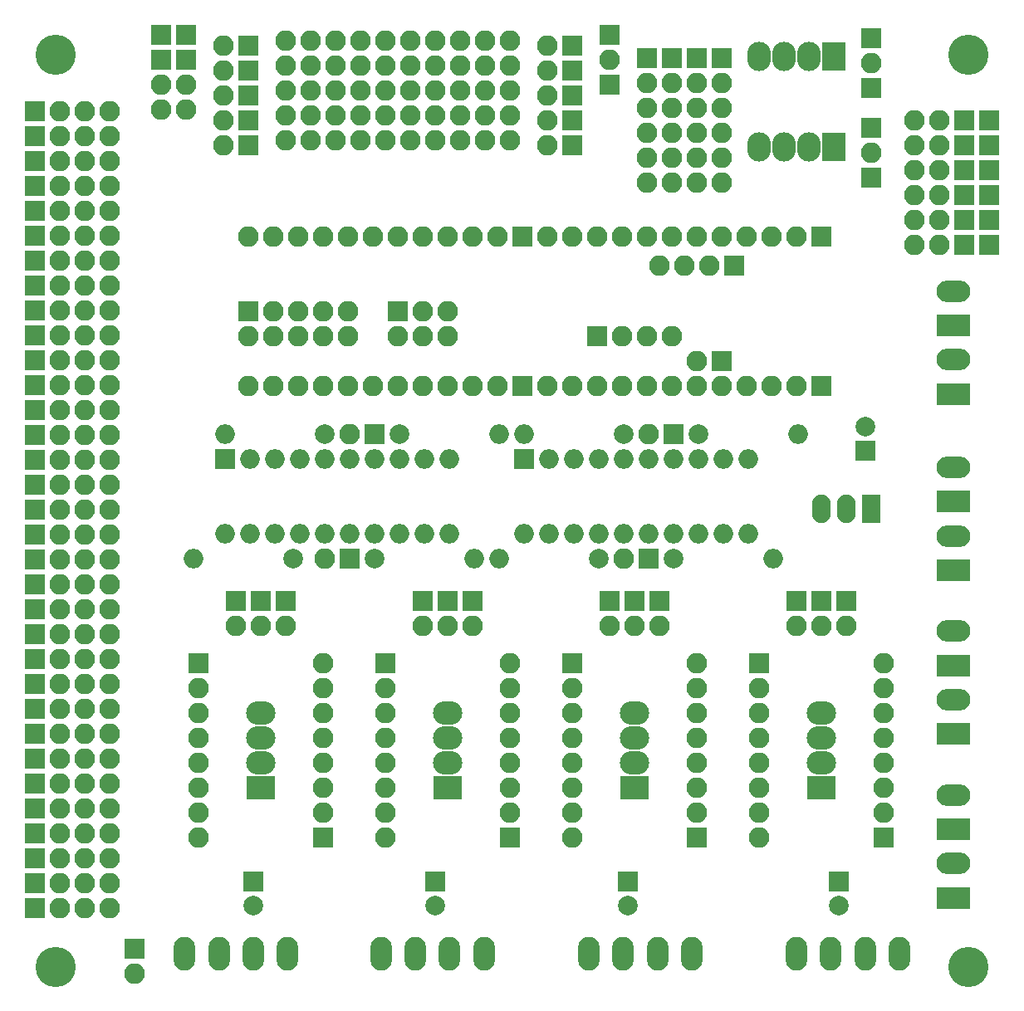
<source format=gts>
G04 #@! TF.GenerationSoftware,KiCad,Pcbnew,(5.1.2)-1*
G04 #@! TF.CreationDate,2019-07-25T15:14:06-07:00*
G04 #@! TF.ProjectId,4Rose_t35_002b,34526f73-655f-4743-9335-5f303032622e,rev?*
G04 #@! TF.SameCoordinates,Original*
G04 #@! TF.FileFunction,Soldermask,Top*
G04 #@! TF.FilePolarity,Negative*
%FSLAX46Y46*%
G04 Gerber Fmt 4.6, Leading zero omitted, Abs format (unit mm)*
G04 Created by KiCad (PCBNEW (5.1.2)-1) date 2019-07-25 15:14:06*
%MOMM*%
%LPD*%
G04 APERTURE LIST*
%ADD10O,2.200000X3.448000*%
%ADD11O,2.100000X2.100000*%
%ADD12R,2.100000X2.100000*%
%ADD13C,4.100000*%
%ADD14O,2.000000X2.000000*%
%ADD15C,2.000000*%
%ADD16R,2.000000X2.000000*%
%ADD17O,3.448000X2.200000*%
%ADD18R,3.448000X2.200000*%
%ADD19R,3.000000X2.400000*%
%ADD20O,3.000000X2.400000*%
%ADD21R,2.400000X3.000000*%
%ADD22O,2.400000X3.000000*%
%ADD23R,1.900000X2.900000*%
%ADD24O,1.900000X2.900000*%
G04 APERTURE END LIST*
D10*
X193040000Y-171323000D03*
X196540000Y-171323000D03*
X200040000Y-171323000D03*
X203540000Y-171323000D03*
X182381800Y-171323000D03*
X178881800Y-171323000D03*
X175381800Y-171323000D03*
X171881800Y-171323000D03*
X161198200Y-171323000D03*
X157698200Y-171323000D03*
X154198200Y-171323000D03*
X150698200Y-171323000D03*
X130683000Y-171323000D03*
X134183000Y-171323000D03*
X137683000Y-171323000D03*
X141183000Y-171323000D03*
D11*
X175412400Y-131064000D03*
D12*
X177952400Y-131064000D03*
X180492400Y-118364000D03*
D11*
X177952400Y-118364000D03*
D12*
X150012400Y-118402100D03*
D11*
X147472400Y-118402100D03*
X144945100Y-131064000D03*
D12*
X147485100Y-131064000D03*
X185420000Y-80010000D03*
D11*
X185420000Y-82550000D03*
X185420000Y-85090000D03*
X185420000Y-87630000D03*
X185420000Y-90170000D03*
X185420000Y-92710000D03*
D12*
X180340000Y-80010000D03*
D11*
X180340000Y-82550000D03*
X180340000Y-85090000D03*
X180340000Y-87630000D03*
X180340000Y-90170000D03*
X180340000Y-92710000D03*
D12*
X182880000Y-80010000D03*
D11*
X182880000Y-82550000D03*
X182880000Y-85090000D03*
X182880000Y-87630000D03*
X182880000Y-90170000D03*
X182880000Y-92710000D03*
X163830000Y-78232000D03*
X163830000Y-80772000D03*
X163830000Y-83312000D03*
X163830000Y-85852000D03*
X163830000Y-88392000D03*
X161290000Y-78232000D03*
X161290000Y-80772000D03*
X161290000Y-83312000D03*
X161290000Y-85852000D03*
X161290000Y-88392000D03*
X158750000Y-78232000D03*
X158750000Y-80772000D03*
X158750000Y-83312000D03*
X158750000Y-85852000D03*
X158750000Y-88392000D03*
X156210000Y-78232000D03*
X156210000Y-80772000D03*
X156210000Y-83312000D03*
X156210000Y-85852000D03*
X156210000Y-88392000D03*
X153670000Y-78232000D03*
X153670000Y-80772000D03*
X153670000Y-83312000D03*
X153670000Y-85852000D03*
X153670000Y-88392000D03*
X151130000Y-78232000D03*
X151130000Y-80772000D03*
X151130000Y-83312000D03*
X151130000Y-85852000D03*
X151130000Y-88392000D03*
X148590000Y-78232000D03*
X148590000Y-80772000D03*
X148590000Y-83312000D03*
X148590000Y-85852000D03*
X148590000Y-88392000D03*
X146050000Y-78232000D03*
X146050000Y-80772000D03*
X146050000Y-83312000D03*
X146050000Y-85852000D03*
X146050000Y-88392000D03*
X143510000Y-78232000D03*
X143510000Y-80772000D03*
X143510000Y-83312000D03*
X143510000Y-85852000D03*
X143510000Y-88392000D03*
D13*
X117546000Y-172700000D03*
X210546000Y-172700000D03*
X210546000Y-79700000D03*
X117546000Y-79700000D03*
D11*
X140970000Y-88392000D03*
X140970000Y-85852000D03*
X140970000Y-83312000D03*
X140970000Y-80772000D03*
X140970000Y-78232000D03*
X130810000Y-85217000D03*
X130810000Y-82677000D03*
D12*
X130810000Y-80137000D03*
X130810000Y-77597000D03*
X128270000Y-77597000D03*
X128270000Y-80137000D03*
D11*
X128270000Y-82677000D03*
X128270000Y-85217000D03*
X205079600Y-86360000D03*
X207619600Y-86360000D03*
D12*
X210159600Y-86360000D03*
X212699600Y-86360000D03*
X212699600Y-88900000D03*
X210159600Y-88900000D03*
D11*
X207619600Y-88900000D03*
X205079600Y-88900000D03*
D12*
X212699600Y-93980000D03*
X210159600Y-93980000D03*
D11*
X207619600Y-93980000D03*
X205079600Y-93980000D03*
X205079600Y-91440000D03*
X207619600Y-91440000D03*
D12*
X210159600Y-91440000D03*
X212699600Y-91440000D03*
X212699600Y-96520000D03*
X210159600Y-96520000D03*
D11*
X207619600Y-96520000D03*
X205079600Y-96520000D03*
X205079600Y-99060000D03*
X207619600Y-99060000D03*
D12*
X210159600Y-99060000D03*
X212699600Y-99060000D03*
D11*
X177800000Y-92710000D03*
X177800000Y-90170000D03*
X177800000Y-87630000D03*
X177800000Y-85090000D03*
X177800000Y-82550000D03*
D12*
X177800000Y-80010000D03*
X186740800Y-101171000D03*
D11*
X184200800Y-101171000D03*
X181660800Y-101171000D03*
X179120800Y-101171000D03*
X180390800Y-108331000D03*
X177850800Y-108331000D03*
X175310800Y-108331000D03*
D12*
X172770800Y-108331000D03*
X185470800Y-110871000D03*
D11*
X182930800Y-110871000D03*
X157530800Y-108331000D03*
X157530800Y-105791000D03*
X154990800Y-108331000D03*
X154990800Y-105791000D03*
X152450800Y-108331000D03*
D12*
X152450800Y-105791000D03*
D11*
X147370800Y-108331000D03*
X147370800Y-105791000D03*
X144830800Y-108331000D03*
X144830800Y-105791000D03*
X142290800Y-108331000D03*
X142290800Y-105791000D03*
X139750800Y-108331000D03*
X139750800Y-105791000D03*
X137210800Y-108331000D03*
D12*
X137210800Y-105791000D03*
D14*
X131572000Y-131064000D03*
D15*
X141732000Y-131064000D03*
X150012400Y-131064000D03*
D14*
X160172400Y-131064000D03*
X134772400Y-118402100D03*
D15*
X144932400Y-118402100D03*
X152552400Y-118402100D03*
D14*
X162712400Y-118402100D03*
X162712400Y-131064000D03*
D15*
X172872400Y-131064000D03*
X180492400Y-131064000D03*
D14*
X190652400Y-131064000D03*
D15*
X175412400Y-118364000D03*
D14*
X165252400Y-118364000D03*
X193192400Y-118364000D03*
D15*
X183032400Y-118364000D03*
X200101200Y-117565800D03*
D16*
X200101200Y-120065800D03*
X137642600Y-163982400D03*
D15*
X137642600Y-166482400D03*
D17*
X209092800Y-121743600D03*
D18*
X209092800Y-125243600D03*
D17*
X209092800Y-128743600D03*
D18*
X209092800Y-132243600D03*
D19*
X195580000Y-154432000D03*
D20*
X195580000Y-151892000D03*
X195580000Y-149352000D03*
X195580000Y-146812000D03*
D18*
X209092800Y-165670000D03*
D17*
X209092800Y-162170000D03*
D18*
X209092800Y-158670000D03*
D17*
X209092800Y-155170000D03*
X209092800Y-103760400D03*
D18*
X209092800Y-107260400D03*
D17*
X209092800Y-110760400D03*
D18*
X209092800Y-114260400D03*
D21*
X196850000Y-89052400D03*
D22*
X194310000Y-89052400D03*
X191770000Y-89052400D03*
X189230000Y-89052400D03*
X189230000Y-79806800D03*
X191770000Y-79806800D03*
X194310000Y-79806800D03*
D21*
X196850000Y-79806800D03*
D20*
X176530000Y-146812000D03*
X176530000Y-149352000D03*
X176530000Y-151892000D03*
D19*
X176530000Y-154432000D03*
X157480000Y-154432000D03*
D20*
X157480000Y-151892000D03*
X157480000Y-149352000D03*
X157480000Y-146812000D03*
X138430000Y-146812000D03*
X138430000Y-149352000D03*
X138430000Y-151892000D03*
D19*
X138430000Y-154432000D03*
D15*
X156222700Y-166482400D03*
D16*
X156222700Y-163982400D03*
D17*
X209092800Y-138456800D03*
D18*
X209092800Y-141956800D03*
D17*
X209092800Y-145456800D03*
D18*
X209092800Y-148956800D03*
D12*
X140970000Y-135382000D03*
D11*
X140970000Y-137922000D03*
D12*
X138430000Y-135382000D03*
D11*
X138430000Y-137922000D03*
D12*
X135890000Y-135382000D03*
D11*
X135890000Y-137922000D03*
X154940000Y-137922000D03*
D12*
X154940000Y-135382000D03*
D11*
X157480000Y-137922000D03*
D12*
X157480000Y-135382000D03*
D11*
X160020000Y-137922000D03*
D12*
X160020000Y-135382000D03*
X198120000Y-135382000D03*
D11*
X198120000Y-137922000D03*
D12*
X195580000Y-135382000D03*
D11*
X195580000Y-137922000D03*
D12*
X193040000Y-135382000D03*
D11*
X193040000Y-137922000D03*
X173990000Y-137922000D03*
D12*
X173990000Y-135382000D03*
D11*
X176530000Y-137922000D03*
D12*
X176530000Y-135382000D03*
D11*
X179070000Y-137922000D03*
D12*
X179070000Y-135382000D03*
D15*
X175844200Y-166482400D03*
D16*
X175844200Y-163982400D03*
D15*
X197396100Y-166482400D03*
D16*
X197396100Y-163982400D03*
D12*
X200660000Y-92227400D03*
D11*
X200660000Y-89687400D03*
D12*
X200660000Y-87147400D03*
X200660000Y-78016100D03*
D11*
X200660000Y-80556100D03*
D12*
X200660000Y-83096100D03*
X173990000Y-77597000D03*
D11*
X173990000Y-80137000D03*
D12*
X173990000Y-82677000D03*
X125590300Y-170827700D03*
D11*
X125590300Y-173367700D03*
D12*
X170180000Y-78740000D03*
D11*
X167640000Y-78740000D03*
D12*
X170180000Y-81280000D03*
D11*
X167640000Y-81280000D03*
D12*
X170180000Y-83820000D03*
D11*
X167640000Y-83820000D03*
D12*
X170180000Y-86360000D03*
D11*
X167640000Y-86360000D03*
D12*
X170180000Y-88900000D03*
D11*
X167640000Y-88900000D03*
X134620000Y-88900000D03*
D12*
X137160000Y-88900000D03*
D11*
X134620000Y-86360000D03*
D12*
X137160000Y-86360000D03*
D11*
X134620000Y-83820000D03*
D12*
X137160000Y-83820000D03*
D11*
X134620000Y-81280000D03*
D12*
X137160000Y-81280000D03*
D11*
X134620000Y-78740000D03*
D12*
X137160000Y-78740000D03*
X189230000Y-141732000D03*
D11*
X189230000Y-144272000D03*
X189230000Y-146812000D03*
X189230000Y-149352000D03*
X189230000Y-151892000D03*
X189230000Y-154432000D03*
X189230000Y-156972000D03*
X189230000Y-159512000D03*
X201930000Y-141732000D03*
X201930000Y-144272000D03*
X201930000Y-146812000D03*
X201930000Y-149352000D03*
X201930000Y-151892000D03*
X201930000Y-154432000D03*
X201930000Y-156972000D03*
D12*
X201930000Y-159512000D03*
X170180000Y-141732000D03*
D11*
X170180000Y-144272000D03*
X170180000Y-146812000D03*
X170180000Y-149352000D03*
X170180000Y-151892000D03*
X170180000Y-154432000D03*
X170180000Y-156972000D03*
X170180000Y-159512000D03*
X182880000Y-141732000D03*
X182880000Y-144272000D03*
X182880000Y-146812000D03*
X182880000Y-149352000D03*
X182880000Y-151892000D03*
X182880000Y-154432000D03*
X182880000Y-156972000D03*
D12*
X182880000Y-159512000D03*
X151130000Y-141732000D03*
D11*
X151130000Y-144272000D03*
X151130000Y-146812000D03*
X151130000Y-149352000D03*
X151130000Y-151892000D03*
X151130000Y-154432000D03*
X151130000Y-156972000D03*
X151130000Y-159512000D03*
D12*
X132080000Y-141732000D03*
D11*
X132080000Y-144272000D03*
X132080000Y-146812000D03*
X132080000Y-149352000D03*
X132080000Y-151892000D03*
X132080000Y-154432000D03*
X132080000Y-156972000D03*
X132080000Y-159512000D03*
X163830000Y-141732000D03*
X163830000Y-144272000D03*
X163830000Y-146812000D03*
X163830000Y-149352000D03*
X163830000Y-151892000D03*
X163830000Y-154432000D03*
X163830000Y-156972000D03*
D12*
X163830000Y-159512000D03*
D11*
X144780000Y-141732000D03*
X144780000Y-144272000D03*
X144780000Y-146812000D03*
X144780000Y-149352000D03*
X144780000Y-151892000D03*
X144780000Y-154432000D03*
X144780000Y-156972000D03*
D12*
X144780000Y-159512000D03*
D14*
X134772400Y-128524000D03*
X157632400Y-120904000D03*
X137312400Y-128524000D03*
X155092400Y-120904000D03*
X139852400Y-128524000D03*
X152552400Y-120904000D03*
X142392400Y-128524000D03*
X150012400Y-120904000D03*
X144932400Y-128524000D03*
X147472400Y-120904000D03*
X147472400Y-128524000D03*
X144932400Y-120904000D03*
X150012400Y-128524000D03*
X142392400Y-120904000D03*
X152552400Y-128524000D03*
X139852400Y-120904000D03*
X155092400Y-128524000D03*
X137312400Y-120904000D03*
X157632400Y-128524000D03*
D16*
X134772400Y-120904000D03*
X165252400Y-120904000D03*
D14*
X188112400Y-128524000D03*
X167792400Y-120904000D03*
X185572400Y-128524000D03*
X170332400Y-120904000D03*
X183032400Y-128524000D03*
X172872400Y-120904000D03*
X180492400Y-128524000D03*
X175412400Y-120904000D03*
X177952400Y-128524000D03*
X177952400Y-120904000D03*
X175412400Y-128524000D03*
X180492400Y-120904000D03*
X172872400Y-128524000D03*
X183032400Y-120904000D03*
X170332400Y-128524000D03*
X185572400Y-120904000D03*
X167792400Y-128524000D03*
X188112400Y-120904000D03*
X165252400Y-128524000D03*
D11*
X123012200Y-85420200D03*
X120472200Y-85420200D03*
X117932200Y-85420200D03*
D12*
X115392200Y-85420200D03*
D11*
X123012200Y-87960200D03*
X120472200Y-87960200D03*
X117932200Y-87960200D03*
D12*
X115392200Y-87960200D03*
X115392200Y-90500200D03*
D11*
X117932200Y-90500200D03*
X120472200Y-90500200D03*
X123012200Y-90500200D03*
D12*
X115392200Y-93040200D03*
D11*
X117932200Y-93040200D03*
X120472200Y-93040200D03*
X123012200Y-93040200D03*
X123012200Y-95580200D03*
X120472200Y-95580200D03*
X117932200Y-95580200D03*
D12*
X115392200Y-95580200D03*
X115392200Y-98120200D03*
D11*
X117932200Y-98120200D03*
X120472200Y-98120200D03*
X123012200Y-98120200D03*
X123012200Y-100660200D03*
X120472200Y-100660200D03*
X117932200Y-100660200D03*
D12*
X115392200Y-100660200D03*
X115392200Y-103200200D03*
D11*
X117932200Y-103200200D03*
X120472200Y-103200200D03*
X123012200Y-103200200D03*
X123012200Y-105740200D03*
X120472200Y-105740200D03*
X117932200Y-105740200D03*
D12*
X115392200Y-105740200D03*
X115392200Y-108280200D03*
D11*
X117932200Y-108280200D03*
X120472200Y-108280200D03*
X123012200Y-108280200D03*
X123012200Y-110820200D03*
X120472200Y-110820200D03*
X117932200Y-110820200D03*
D12*
X115392200Y-110820200D03*
X115392200Y-113360200D03*
D11*
X117932200Y-113360200D03*
X120472200Y-113360200D03*
X123012200Y-113360200D03*
X123012200Y-115900200D03*
X120472200Y-115900200D03*
X117932200Y-115900200D03*
D12*
X115392200Y-115900200D03*
X115392200Y-118440200D03*
D11*
X117932200Y-118440200D03*
X120472200Y-118440200D03*
X123012200Y-118440200D03*
X123012200Y-120980200D03*
X120472200Y-120980200D03*
X117932200Y-120980200D03*
D12*
X115392200Y-120980200D03*
D11*
X123012200Y-123520200D03*
X120472200Y-123520200D03*
X117932200Y-123520200D03*
D12*
X115392200Y-123520200D03*
X115392200Y-126060200D03*
D11*
X117932200Y-126060200D03*
X120472200Y-126060200D03*
X123012200Y-126060200D03*
D12*
X115392200Y-128600200D03*
D11*
X117932200Y-128600200D03*
X120472200Y-128600200D03*
X123012200Y-128600200D03*
D12*
X115392200Y-131140200D03*
D11*
X117932200Y-131140200D03*
X120472200Y-131140200D03*
X123012200Y-131140200D03*
X123012200Y-133680200D03*
X120472200Y-133680200D03*
X117932200Y-133680200D03*
D12*
X115392200Y-133680200D03*
D11*
X123012200Y-136220200D03*
X120472200Y-136220200D03*
X117932200Y-136220200D03*
D12*
X115392200Y-136220200D03*
X115392200Y-138760200D03*
D11*
X117932200Y-138760200D03*
X120472200Y-138760200D03*
X123012200Y-138760200D03*
X123012200Y-141300200D03*
X120472200Y-141300200D03*
X117932200Y-141300200D03*
D12*
X115392200Y-141300200D03*
X115392200Y-143840200D03*
D11*
X117932200Y-143840200D03*
X120472200Y-143840200D03*
X123012200Y-143840200D03*
X123012200Y-146380200D03*
X120472200Y-146380200D03*
X117932200Y-146380200D03*
D12*
X115392200Y-146380200D03*
X115392200Y-148920200D03*
D11*
X117932200Y-148920200D03*
X120472200Y-148920200D03*
X123012200Y-148920200D03*
X123012200Y-151460200D03*
X120472200Y-151460200D03*
X117932200Y-151460200D03*
D12*
X115392200Y-151460200D03*
X115392200Y-154000200D03*
D11*
X117932200Y-154000200D03*
X120472200Y-154000200D03*
X123012200Y-154000200D03*
X123012200Y-156540200D03*
X120472200Y-156540200D03*
X117932200Y-156540200D03*
D12*
X115392200Y-156540200D03*
X115392200Y-159080200D03*
D11*
X117932200Y-159080200D03*
X120472200Y-159080200D03*
X123012200Y-159080200D03*
X123012200Y-161620200D03*
X120472200Y-161620200D03*
X117932200Y-161620200D03*
D12*
X115392200Y-161620200D03*
X115392200Y-164160200D03*
D11*
X117932200Y-164160200D03*
X120472200Y-164160200D03*
X123012200Y-164160200D03*
X123012200Y-166700200D03*
X120472200Y-166700200D03*
X117932200Y-166700200D03*
D12*
X115392200Y-166700200D03*
X195630800Y-98171000D03*
D11*
X193090800Y-98171000D03*
X190550800Y-98171000D03*
X188010800Y-98171000D03*
X185470800Y-98171000D03*
X182930800Y-98171000D03*
X180390800Y-98171000D03*
X177850800Y-98171000D03*
X175310800Y-98171000D03*
X172770800Y-98171000D03*
X170230800Y-98171000D03*
X167690800Y-98171000D03*
X167690800Y-113411000D03*
X170230800Y-113411000D03*
X172770800Y-113411000D03*
X175310800Y-113411000D03*
X177850800Y-113411000D03*
X180390800Y-113411000D03*
X182930800Y-113411000D03*
X185470800Y-113411000D03*
X188010800Y-113411000D03*
X190550800Y-113411000D03*
X193090800Y-113411000D03*
D12*
X195630800Y-113411000D03*
D11*
X137210800Y-113411000D03*
X139750800Y-113411000D03*
X142290800Y-113411000D03*
X144830800Y-113411000D03*
X147370800Y-113411000D03*
X149910800Y-113411000D03*
X152450800Y-113411000D03*
X154990800Y-113411000D03*
X157530800Y-113411000D03*
X160070800Y-113411000D03*
X162610800Y-113411000D03*
D12*
X165150800Y-113411000D03*
X165150800Y-98171000D03*
D11*
X162610800Y-98171000D03*
X160070800Y-98171000D03*
X157530800Y-98171000D03*
X154990800Y-98171000D03*
X152450800Y-98171000D03*
X149910800Y-98171000D03*
X147370800Y-98171000D03*
X144830800Y-98171000D03*
X142290800Y-98171000D03*
X139750800Y-98171000D03*
X137210800Y-98171000D03*
D23*
X200710000Y-125984000D03*
D24*
X198170000Y-125984000D03*
X195630000Y-125984000D03*
M02*

</source>
